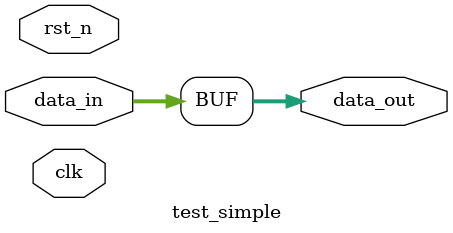
<source format=sv>
module test_simple (
    input wire clk,
    input wire rst_n,
    input wire [7:0] data_in,
    output wire [7:0] data_out
);

assign data_out = data_in;

endmodule
</source>
